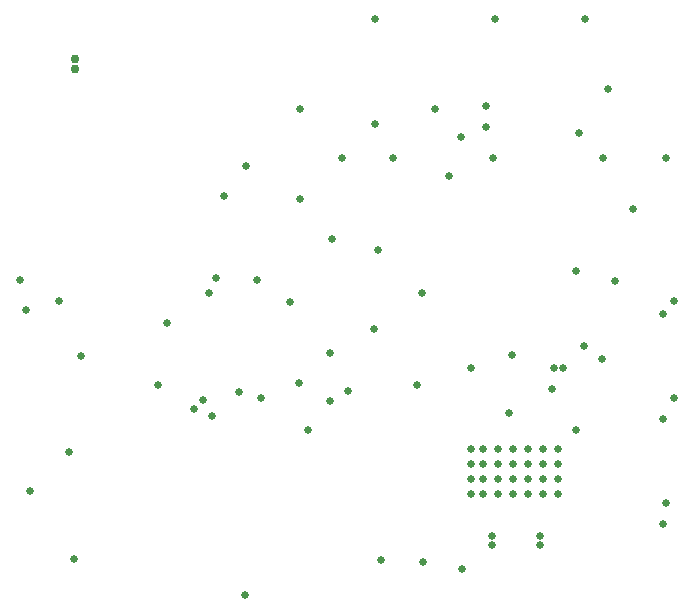
<source format=gbr>
G04 EAGLE Gerber RS-274X export*
G75*
%MOMM*%
%FSLAX34Y34*%
%LPD*%
%INVias*%
%IPPOS*%
%AMOC8*
5,1,8,0,0,1.08239X$1,22.5*%
G01*
%ADD10C,0.654800*%
%ADD11C,0.754800*%


D10*
X196850Y374650D03*
X228600Y203200D03*
X260350Y215900D03*
X76200Y238760D03*
X568960Y274320D03*
X568960Y185420D03*
X568960Y96520D03*
X495300Y176530D03*
X516890Y236220D03*
X441198Y239268D03*
X543560Y363220D03*
X426720Y524510D03*
X502920Y524510D03*
X325120Y524510D03*
X261620Y448310D03*
X261620Y372110D03*
X330200Y66040D03*
X528320Y302260D03*
X140970Y214630D03*
X521970Y464820D03*
X375920Y448310D03*
X325120Y435610D03*
X474980Y210820D03*
X419100Y433070D03*
X364490Y292100D03*
X214630Y36830D03*
X57150Y285750D03*
X398780Y58420D03*
X252984Y284480D03*
X387350Y391160D03*
X406400Y160020D03*
X416560Y160020D03*
X406400Y121920D03*
X441960Y121920D03*
X480060Y121920D03*
X480060Y134620D03*
X467360Y134620D03*
X454660Y134620D03*
X441960Y134620D03*
X429260Y134620D03*
X416560Y134620D03*
X406400Y134620D03*
X406400Y147320D03*
X416560Y147320D03*
X429260Y147320D03*
X441960Y147320D03*
X454660Y147320D03*
X467360Y147320D03*
X480060Y147320D03*
X480060Y160020D03*
X467360Y160020D03*
X454660Y160020D03*
X441960Y160020D03*
X429260Y160020D03*
X323850Y261620D03*
X186690Y187960D03*
X66040Y157480D03*
X365760Y64770D03*
X302260Y209550D03*
X360680Y214630D03*
X416560Y121920D03*
X429260Y121920D03*
X454660Y121920D03*
X467360Y121920D03*
X464820Y86360D03*
X464820Y78740D03*
X424180Y86360D03*
X424180Y78740D03*
X406400Y228600D03*
X476250Y228600D03*
X483870Y228600D03*
X571500Y406400D03*
X571500Y114300D03*
X577850Y203200D03*
X577850Y285750D03*
X518160Y406400D03*
X424688Y406400D03*
X339852Y406654D03*
X297180Y406400D03*
X171450Y194310D03*
X438150Y190500D03*
D11*
X71120Y490220D03*
X70866Y481584D03*
D10*
X497840Y427990D03*
X419100Y450850D03*
X397510Y424434D03*
X495300Y311150D03*
X327660Y328930D03*
X224790Y303530D03*
X215900Y400050D03*
X148590Y266700D03*
X267970Y176530D03*
X179070Y201676D03*
X184150Y292100D03*
X190500Y304800D03*
X209550Y208280D03*
X501650Y247650D03*
X288290Y337820D03*
X287020Y241300D03*
X287020Y200660D03*
X29210Y278130D03*
X70358Y66802D03*
X33020Y124460D03*
X24638Y303276D03*
M02*

</source>
